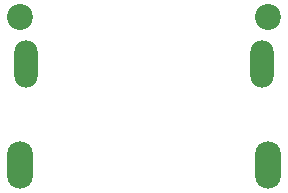
<source format=gtl>
G04*
G04 #@! TF.GenerationSoftware,Altium Limited,Altium Designer,19.1.7 (138)*
G04*
G04 Layer_Physical_Order=1*
G04 Layer_Color=255*
%FSLAX25Y25*%
%MOIN*%
G70*
G01*
G75*
%ADD14O,0.07874X0.15748*%
%ADD15O,0.08661X0.15748*%
%ADD16C,0.08661*%
D14*
X88583Y43307D02*
D03*
X9843D02*
D03*
D15*
X90551Y9843D02*
D03*
X7874D02*
D03*
D16*
Y59055D02*
D03*
X90551D02*
D03*
M02*

</source>
